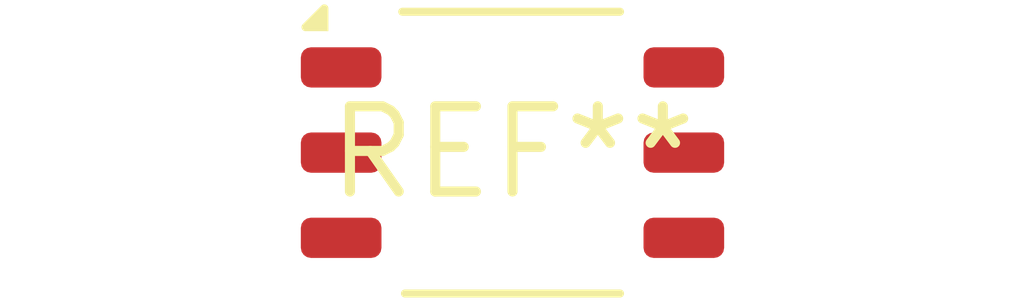
<source format=kicad_pcb>
(kicad_pcb (version 20240108) (generator pcbnew)
  (layers (0 "F.Cu" signal) (31 "B.Cu" signal) (34 "B.Paste" user) (35 "F.Paste" user) (36 "B.SilkS" user "B.Silkscreen") (37 "F.SilkS" user "F.Silkscreen") (38 "B.Mask" user) (39 "F.Mask" user) (44 "Edge.Cuts" user))
  (net 0 "")
  (footprint "Osram_SFH9x0x" (layer "F.Cu") (at 0 0)
    (property "Reference" "REF**")
    (property "Value" "Osram_SFH9x0x")
    (fp_line (start -1.6 2.1) (end 1.6 2.1) (layer "F.SilkS") (stroke (width 0.12)))
    (fp_line (start 1.6 -2.1) (end -1.64 -2.1) (layer "F.SilkS") (stroke (width 0.12)))
    (fp_poly (pts (xy -2.8 -1.87) (xy -3.08 -1.87) (xy -2.8 -2.15) (xy -2.8 -1.87)) (layer "F.SilkS") (stroke (width 0.12)) (fill solid))
    (pad "1" smd roundrect (at -2.55 -1.27) (size 1.2 0.6) (layers "F.Cu" "F.Paste" "F.Mask"))
    (pad "2" smd roundrect (at -2.55 0) (size 1.2 0.6) (layers "F.Cu" "F.Paste" "F.Mask"))
    (pad "3" smd roundrect (at -2.55 1.27) (size 1.2 0.6) (layers "F.Cu" "F.Paste" "F.Mask"))
    (pad "4" smd roundrect (at 2.55 1.27) (size 1.2 0.6) (layers "F.Cu" "F.Paste" "F.Mask"))
    (pad "5" smd roundrect (at 2.55 0) (size 1.2 0.6) (layers "F.Cu" "F.Paste" "F.Mask"))
    (pad "6" smd roundrect (at 2.55 -1.27) (size 1.2 0.6) (layers "F.Cu" "F.Paste" "F.Mask"))
  )
)
</source>
